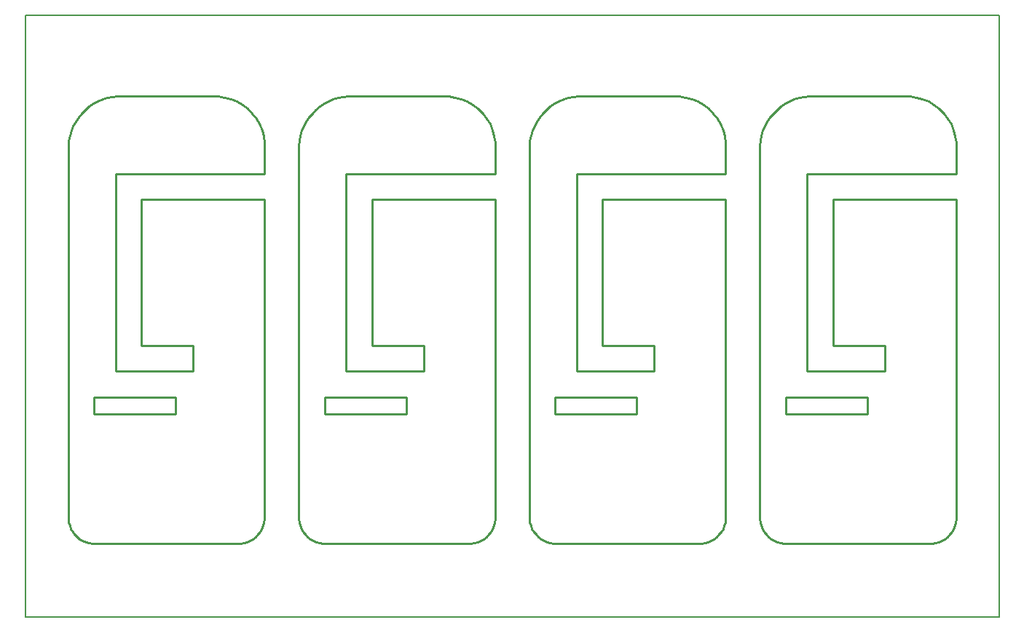
<source format=gko>
G04*
G04 #@! TF.GenerationSoftware,Altium Limited,Altium Designer,20.1.14 (287)*
G04*
G04 Layer_Color=16711935*
%FSAX25Y25*%
%MOIN*%
G70*
G04*
G04 #@! TF.SameCoordinates,1876172F-CBA1-4FB9-98D7-45F53F2F45AF*
G04*
G04*
G04 #@! TF.FilePolarity,Positive*
G04*
G01*
G75*
%ADD28C,0.00787*%
%ADD74C,0.01000*%
D28*
X0349339Y0634526D02*
X0349339Y0358937D01*
X0349339Y0634526D02*
X0795088Y0634526D01*
X0795088Y0358937D01*
X0349339Y0358937D02*
X0795088Y0358937D01*
D74*
X0390679Y0562085D02*
X0458788D01*
Y0574685D01*
X0390679Y0471534D02*
X0402490D01*
X0402490Y0483345D02*
Y0550274D01*
X0380836Y0459723D02*
X0418238Y0459722D01*
X0418238Y0451849D01*
X0380836Y0451849D02*
X0418238Y0451849D01*
X0380836Y0459723D02*
X0380836Y0451849D01*
X0426112Y0471534D02*
Y0483345D01*
X0402490Y0471534D02*
X0426112D01*
X0402490Y0483345D02*
X0426112D01*
X0437451Y0597518D02*
X0440418Y0597127D01*
X0435954Y0597518D02*
X0437451Y0597518D01*
X0392648Y0597518D02*
X0435954Y0597518D01*
X0391487Y0597518D02*
X0392648Y0597518D01*
X0389177Y0597290D02*
X0391487Y0597518D01*
X0386901Y0596837D02*
X0389177Y0597290D01*
X0384680Y0596164D02*
X0386901Y0596837D01*
X0382535Y0595275D02*
X0384680Y0596164D01*
X0380488Y0594181D02*
X0382535Y0595275D01*
X0378558Y0592892D02*
X0380488Y0594181D01*
X0376764Y0591419D02*
X0378558Y0592892D01*
X0375123Y0589778D02*
X0376764Y0591419D01*
X0373651Y0587984D02*
X0375123Y0589778D01*
X0372361Y0586054D02*
X0373651Y0587984D01*
X0371267Y0584007D02*
X0372361Y0586054D01*
X0370379Y0581863D02*
X0371267Y0584007D01*
X0369705Y0579642D02*
X0370379Y0581863D01*
X0369252Y0577365D02*
X0369705Y0579642D01*
X0369025Y0575055D02*
X0369252Y0577365D01*
X0369025Y0575055D02*
X0369025Y0573895D01*
X0369025Y0466022D01*
X0369025Y0462085D02*
X0369025Y0466022D01*
X0369025Y0462085D02*
X0369025Y0404605D01*
Y0403831D02*
Y0404605D01*
Y0403831D02*
X0369227Y0402296D01*
X0369627Y0400801D01*
X0370220Y0399370D01*
X0370994Y0398029D01*
X0371937Y0396801D01*
X0373031Y0395706D01*
X0374260Y0394764D01*
X0375601Y0393990D01*
X0377031Y0393397D01*
X0378526Y0392996D01*
X0380062Y0392794D01*
X0380836D01*
X0446973Y0392794D01*
X0447747Y0392794D01*
X0449283Y0392996D01*
X0450779Y0393397D01*
X0452210Y0393990D01*
X0453552Y0394765D01*
X0454781Y0395708D01*
X0455876Y0396803D01*
X0456819Y0398032D01*
X0457593Y0399373D01*
X0458186Y0400804D01*
X0458587Y0402301D01*
X0458789Y0403836D01*
X0458789Y0404611D02*
X0458789Y0403836D01*
X0458789Y0462085D02*
X0458789Y0404611D01*
X0458789Y0462085D02*
X0458790Y0466022D01*
X0458789Y0481376D02*
X0458790Y0466022D01*
X0458789Y0481376D02*
X0458790Y0512872D01*
X0458789Y0550274D02*
X0458790Y0512872D01*
X0402490Y0550274D02*
X0458789Y0550274D01*
X0390679Y0471534D02*
Y0562085D01*
X0458788Y0576181D02*
X0458788Y0574685D01*
X0458397Y0579149D02*
X0458788Y0576181D01*
X0457622Y0582040D02*
X0458397Y0579149D01*
X0456477Y0584805D02*
X0457622Y0582040D01*
X0454980Y0587397D02*
X0456477Y0584805D01*
X0453158Y0589772D02*
X0454980Y0587397D01*
X0451042Y0591889D02*
X0453158Y0589772D01*
X0448667Y0593711D02*
X0451042Y0591889D01*
X0446075Y0595207D02*
X0448667Y0593711D01*
X0443309Y0596352D02*
X0446075Y0595207D01*
X0440418Y0597127D02*
X0443309Y0596352D01*
X0496192Y0562085D02*
X0564301D01*
Y0574685D01*
X0496192Y0471534D02*
X0508003D01*
X0508003Y0483345D02*
Y0550274D01*
X0486349Y0459723D02*
X0523751Y0459722D01*
X0523751Y0451849D01*
X0486349Y0451849D02*
X0523751Y0451849D01*
X0486349Y0459723D02*
X0486349Y0451849D01*
X0531625Y0471534D02*
Y0483345D01*
X0508003Y0471534D02*
X0531625D01*
X0508003Y0483345D02*
X0531625D01*
X0542964Y0597518D02*
X0545932Y0597127D01*
X0541468Y0597518D02*
X0542964Y0597518D01*
X0498161Y0597518D02*
X0541468Y0597518D01*
X0497000Y0597518D02*
X0498161Y0597518D01*
X0494690Y0597290D02*
X0497000Y0597518D01*
X0492414Y0596837D02*
X0494690Y0597290D01*
X0490193Y0596164D02*
X0492414Y0596837D01*
X0488048Y0595275D02*
X0490193Y0596164D01*
X0486001Y0594181D02*
X0488048Y0595275D01*
X0484072Y0592892D02*
X0486001Y0594181D01*
X0482277Y0591419D02*
X0484072Y0592892D01*
X0480636Y0589778D02*
X0482277Y0591419D01*
X0479164Y0587984D02*
X0480636Y0589778D01*
X0477874Y0586054D02*
X0479164Y0587984D01*
X0476780Y0584007D02*
X0477874Y0586054D01*
X0475892Y0581863D02*
X0476780Y0584007D01*
X0475218Y0579642D02*
X0475892Y0581863D01*
X0474765Y0577365D02*
X0475218Y0579642D01*
X0474538Y0575055D02*
X0474765Y0577365D01*
X0474538Y0575055D02*
X0474538Y0573895D01*
X0474538Y0466022D01*
X0474538Y0462085D02*
X0474538Y0466022D01*
X0474538Y0462085D02*
X0474538Y0404605D01*
Y0403831D02*
Y0404605D01*
Y0403831D02*
X0474740Y0402296D01*
X0475141Y0400801D01*
X0475733Y0399370D01*
X0476507Y0398029D01*
X0477450Y0396801D01*
X0478545Y0395706D01*
X0479773Y0394764D01*
X0481114Y0393990D01*
X0482544Y0393397D01*
X0484040Y0392996D01*
X0485575Y0392794D01*
X0486349D01*
X0552486Y0392794D01*
X0553260Y0392794D01*
X0554796Y0392996D01*
X0556292Y0393397D01*
X0557724Y0393990D01*
X0559065Y0394765D01*
X0560294Y0395708D01*
X0561389Y0396803D01*
X0562332Y0398032D01*
X0563107Y0399373D01*
X0563699Y0400804D01*
X0564100Y0402301D01*
X0564302Y0403836D01*
X0564302Y0404611D02*
X0564302Y0403836D01*
X0564302Y0462085D02*
X0564302Y0404611D01*
X0564302Y0462085D02*
X0564303Y0466022D01*
X0564303Y0481376D02*
X0564303Y0466022D01*
X0564303Y0481376D02*
X0564303Y0512872D01*
X0564302Y0550274D02*
X0564303Y0512872D01*
X0508003Y0550274D02*
X0564302Y0550274D01*
X0496192Y0471534D02*
Y0562085D01*
X0564301Y0576181D02*
X0564301Y0574685D01*
X0563910Y0579149D02*
X0564301Y0576181D01*
X0563136Y0582040D02*
X0563910Y0579149D01*
X0561990Y0584805D02*
X0563136Y0582040D01*
X0560494Y0587397D02*
X0561990Y0584805D01*
X0558671Y0589772D02*
X0560494Y0587397D01*
X0556555Y0591889D02*
X0558671Y0589772D01*
X0554180Y0593711D02*
X0556555Y0591889D01*
X0551588Y0595207D02*
X0554180Y0593711D01*
X0548823Y0596352D02*
X0551588Y0595207D01*
X0545932Y0597127D02*
X0548823Y0596352D01*
X0601706Y0562085D02*
X0669814D01*
Y0574685D01*
X0601706Y0471534D02*
X0613517D01*
X0613517Y0483345D02*
Y0550274D01*
X0591862Y0459723D02*
X0629265Y0459722D01*
X0629265Y0451849D01*
X0591862Y0451849D02*
X0629265Y0451849D01*
X0591862Y0459723D02*
X0591862Y0451849D01*
X0637139Y0471534D02*
Y0483345D01*
X0613517Y0471534D02*
X0637139D01*
X0613517Y0483345D02*
X0637139D01*
X0648477Y0597518D02*
X0651445Y0597127D01*
X0646981Y0597518D02*
X0648477Y0597518D01*
X0603674Y0597518D02*
X0646981Y0597518D01*
X0602513Y0597518D02*
X0603674Y0597518D01*
X0600204Y0597290D02*
X0602513Y0597518D01*
X0597927Y0596837D02*
X0600204Y0597290D01*
X0595706Y0596164D02*
X0597927Y0596837D01*
X0593562Y0595275D02*
X0595706Y0596164D01*
X0591515Y0594181D02*
X0593562Y0595275D01*
X0589585Y0592892D02*
X0591515Y0594181D01*
X0587791Y0591419D02*
X0589585Y0592892D01*
X0586149Y0589778D02*
X0587791Y0591419D01*
X0584677Y0587984D02*
X0586149Y0589778D01*
X0583388Y0586054D02*
X0584677Y0587984D01*
X0582293Y0584007D02*
X0583388Y0586054D01*
X0581405Y0581863D02*
X0582293Y0584007D01*
X0580731Y0579642D02*
X0581405Y0581863D01*
X0580279Y0577365D02*
X0580731Y0579642D01*
X0580051Y0575055D02*
X0580279Y0577365D01*
X0580051Y0575055D02*
X0580051Y0573895D01*
X0580051Y0466022D01*
X0580051Y0462085D02*
X0580051Y0466022D01*
X0580051Y0462085D02*
X0580051Y0404605D01*
Y0403831D02*
Y0404605D01*
Y0403831D02*
X0580253Y0402296D01*
X0580654Y0400801D01*
X0581246Y0399370D01*
X0582021Y0398029D01*
X0582963Y0396801D01*
X0584058Y0395706D01*
X0585286Y0394764D01*
X0586627Y0393990D01*
X0588057Y0393397D01*
X0589553Y0392996D01*
X0591088Y0392794D01*
X0591862D01*
X0657999Y0392794D01*
X0658774Y0392794D01*
X0660309Y0392996D01*
X0661806Y0393397D01*
X0663237Y0393990D01*
X0664578Y0394765D01*
X0665807Y0395708D01*
X0666902Y0396803D01*
X0667845Y0398032D01*
X0668620Y0399373D01*
X0669213Y0400804D01*
X0669614Y0402301D01*
X0669816Y0403836D01*
X0669816Y0404611D02*
X0669816Y0403836D01*
X0669816Y0462085D02*
X0669816Y0404611D01*
X0669816Y0462085D02*
X0669816Y0466022D01*
X0669816Y0481376D02*
X0669816Y0466022D01*
X0669816Y0481376D02*
X0669816Y0512872D01*
X0669815Y0550274D02*
X0669816Y0512872D01*
X0613517Y0550274D02*
X0669815Y0550274D01*
X0601706Y0471534D02*
Y0562085D01*
X0669814Y0576181D02*
X0669814Y0574685D01*
X0669424Y0579149D02*
X0669814Y0576181D01*
X0668649Y0582040D02*
X0669424Y0579149D01*
X0667503Y0584805D02*
X0668649Y0582040D01*
X0666007Y0587397D02*
X0667503Y0584805D01*
X0664185Y0589772D02*
X0666007Y0587397D01*
X0662068Y0591889D02*
X0664185Y0589772D01*
X0659693Y0593711D02*
X0662068Y0591889D01*
X0657101Y0595207D02*
X0659693Y0593711D01*
X0654336Y0596352D02*
X0657101Y0595207D01*
X0651445Y0597127D02*
X0654336Y0596352D01*
X0707219Y0562085D02*
X0775328D01*
Y0574685D01*
X0707219Y0471534D02*
X0719030D01*
X0719030Y0483345D02*
Y0550274D01*
X0697375Y0459723D02*
X0734778Y0459722D01*
X0734778Y0451849D01*
X0697375Y0451849D02*
X0734778Y0451849D01*
X0697375Y0459723D02*
X0697375Y0451849D01*
X0742652Y0471534D02*
Y0483345D01*
X0719030Y0471534D02*
X0742652D01*
X0719030Y0483345D02*
X0742652D01*
X0753991Y0597518D02*
X0756958Y0597127D01*
X0752494Y0597518D02*
X0753991Y0597518D01*
X0709187Y0597518D02*
X0752494Y0597518D01*
X0708027Y0597518D02*
X0709187Y0597518D01*
X0705717Y0597290D02*
X0708027Y0597518D01*
X0703440Y0596837D02*
X0705717Y0597290D01*
X0701219Y0596164D02*
X0703440Y0596837D01*
X0699075Y0595275D02*
X0701219Y0596164D01*
X0697028Y0594181D02*
X0699075Y0595275D01*
X0695098Y0592892D02*
X0697028Y0594181D01*
X0693304Y0591419D02*
X0695098Y0592892D01*
X0691663Y0589778D02*
X0693304Y0591419D01*
X0690190Y0587984D02*
X0691663Y0589778D01*
X0688901Y0586054D02*
X0690190Y0587984D01*
X0687807Y0584007D02*
X0688901Y0586054D01*
X0686918Y0581863D02*
X0687807Y0584007D01*
X0686245Y0579642D02*
X0686918Y0581863D01*
X0685792Y0577365D02*
X0686245Y0579642D01*
X0685564Y0575055D02*
X0685792Y0577365D01*
X0685564Y0575055D02*
X0685564Y0573895D01*
X0685564Y0466022D01*
X0685564Y0462085D02*
X0685564Y0466022D01*
X0685564Y0462085D02*
X0685564Y0404605D01*
Y0403831D02*
Y0404605D01*
Y0403831D02*
X0685766Y0402296D01*
X0686167Y0400801D01*
X0686760Y0399370D01*
X0687534Y0398029D01*
X0688476Y0396801D01*
X0689571Y0395706D01*
X0690799Y0394764D01*
X0692140Y0393990D01*
X0693571Y0393397D01*
X0695066Y0392996D01*
X0696601Y0392794D01*
X0697375D01*
X0763512Y0392794D01*
X0764287Y0392794D01*
X0765823Y0392996D01*
X0767319Y0393397D01*
X0768750Y0393990D01*
X0770091Y0394765D01*
X0771320Y0395708D01*
X0772416Y0396803D01*
X0773359Y0398032D01*
X0774133Y0399373D01*
X0774726Y0400804D01*
X0775127Y0402301D01*
X0775329Y0403836D01*
X0775329Y0404611D02*
X0775329Y0403836D01*
X0775329Y0462085D02*
X0775329Y0404611D01*
X0775329Y0462085D02*
X0775329Y0466022D01*
X0775329Y0481376D02*
X0775329Y0466022D01*
X0775329Y0481376D02*
X0775329Y0512872D01*
X0775328Y0550274D02*
X0775329Y0512872D01*
X0719030Y0550274D02*
X0775328Y0550274D01*
X0707219Y0471534D02*
Y0562085D01*
X0775327Y0576181D02*
X0775328Y0574685D01*
X0774937Y0579149D02*
X0775327Y0576181D01*
X0774162Y0582040D02*
X0774937Y0579149D01*
X0773017Y0584805D02*
X0774162Y0582040D01*
X0771520Y0587397D02*
X0773017Y0584805D01*
X0769698Y0589772D02*
X0771520Y0587397D01*
X0767581Y0591889D02*
X0769698Y0589772D01*
X0765207Y0593711D02*
X0767581Y0591889D01*
X0762614Y0595207D02*
X0765207Y0593711D01*
X0759849Y0596352D02*
X0762614Y0595207D01*
X0756958Y0597127D02*
X0759849Y0596352D01*
M02*

</source>
